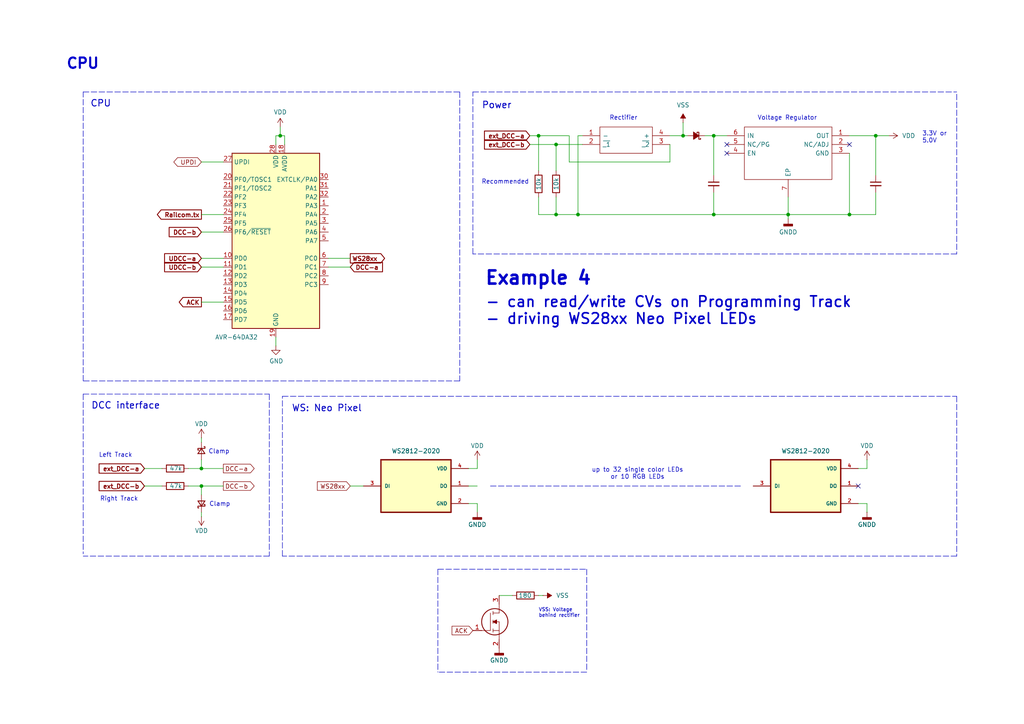
<source format=kicad_sch>
(kicad_sch (version 20250114) (generator "eeschema") (generator_version "9.0")
  (paper "A4")
  (title_block (title "RTB D97 FN Decoder Toolkit") (date "2025-11-22") (rev "0") (company "Frank Schumacher") (comment 1 "'naked' DCC decoder project") (comment 2 "D97.0") (comment 3 "Example 4: Simple DCC Decoder /w WS28xx NeoPixel") (comment 4 "Licensed under the Apache License, Version 2"))
  (lib_symbols
    (symbol "Device:C_Small" (pin_numbers (hide yes)) (pin_names (offset 0.254) (hide yes))
      (property "Reference" "C" (at 0.254 1.778 0))
      (property "Value" "C_Small" (at 0.254 -2.032 0))
      (symbol "C_Small_0_1"
        (polyline (pts (xy -1.524 0.508) (xy 1.524 0.508)) (stroke (width 0.3048)))
        (polyline (pts (xy -1.524 -0.508) (xy 1.524 -0.508)) (stroke (width 0.3302)))
      )
      (symbol "C_Small_1_1"
        (pin passive line (at 0 2.54 270) (length 2.032) (name "~") (number "1"))
        (pin passive line (at 0 -2.54 90) (length 2.032) (name "~") (number "2"))
      )
    )
    (symbol "Device:D_Schottky_Small" (pin_numbers (hide yes)) (pin_names (offset 0.254) (hide yes))
      (property "Reference" "D" (at -1.27 2.032 0))
      (property "Value" "D_Schottky_Small" (at -7.112 -2.032 0))
      (symbol "D_Schottky_Small_0_1"
        (polyline (pts (xy -1.27 0.762) (xy -1.27 1.016) (xy -0.762 1.016) (xy -0.762 -1.016) (xy -0.254 -1.016) (xy -0.254 -0.762)) (stroke (width 0.254)))
        (polyline (pts (xy -0.762 0) (xy 0.762 0)))
        (polyline (pts (xy 0.762 -1.016) (xy -0.762 0) (xy 0.762 1.016) (xy 0.762 -1.016)) (stroke (width 0.254)))
      )
      (symbol "D_Schottky_Small_1_1"
        (pin passive line (at -2.54 0 0) (length 1.778) (name "K") (number "1"))
        (pin passive line (at 2.54 0 180) (length 1.778) (name "A") (number "2"))
      )
    )
    (symbol "Device:D_Schottky_Small_Filled" (pin_numbers (hide yes)) (pin_names (offset 0.254) (hide yes))
      (property "Reference" "D" (at -1.27 2.032 0))
      (property "Value" "D_Schottky_Small_Filled" (at -7.112 -2.032 0))
      (symbol "D_Schottky_Small_Filled_0_1"
        (polyline (pts (xy -1.27 0.762) (xy -1.27 1.016) (xy -0.762 1.016) (xy -0.762 -1.016) (xy -0.254 -1.016) (xy -0.254 -0.762)) (stroke (width 0.254)))
        (polyline (pts (xy -0.762 0) (xy 0.762 0)))
        (polyline (pts (xy 0.762 -1.016) (xy -0.762 0) (xy 0.762 1.016) (xy 0.762 -1.016)) (stroke (width 0.254)) (fill (type outline)))
      )
      (symbol "D_Schottky_Small_Filled_1_1"
        (pin passive line (at -2.54 0 0) (length 1.778) (name "K") (number "1"))
        (pin passive line (at 2.54 0 180) (length 1.778) (name "A") (number "2"))
      )
    )
    (symbol "Device:R" (pin_numbers (hide yes)) (pin_names (offset 0))
      (property "Reference" "R" (at 2.032 0 90))
      (property "Value" "R" (at 0 0 90))
      (symbol "R_0_1"
        (rectangle (start -1.016 -2.54) (end 1.016 2.54) (stroke (width 0.254)))
      )
      (symbol "R_1_1"
        (pin passive line (at 0 3.81 270) (length 1.27) (name "~") (number "1"))
        (pin passive line (at 0 -3.81 90) (length 1.27) (name "~") (number "2"))
      )
    )
    (symbol "MCU_Microchip_ATmega:ATmega4808-M"
      (property "Reference" "U" (at -12.7 26.67 0))
      (property "Value" "ATmega4808-M" (at 2.54 -26.67 0))
      (symbol "ATmega4808-M_0_1"
        (rectangle (start -12.7 -25.4) (end 12.7 25.4) (stroke (width 0.254)) (fill (type background)))
      )
      (symbol "ATmega4808-M_1_1"
        (pin bidirectional line (at -15.24 22.86 0) (length 2.54) (name "UPDI") (number "27"))
        (pin bidirectional line (at -15.24 17.78 0) (length 2.54) (name "PF0/TOSC1") (number "20"))
        (pin bidirectional line (at -15.24 15.24 0) (length 2.54) (name "PF1/TOSC2") (number "21"))
        (pin bidirectional line (at -15.24 12.7 0) (length 2.54) (name "PF2") (number "22"))
        (pin bidirectional line (at -15.24 10.16 0) (length 2.54) (name "PF3") (number "23"))
        (pin bidirectional line (at -15.24 7.62 0) (length 2.54) (name "PF4") (number "24"))
        (pin bidirectional line (at -15.24 5.08 0) (length 2.54) (name "PF5") (number "25"))
        (pin bidirectional line (at -15.24 2.54 0) (length 2.54) (name "PF6/~{RESET}") (number "26"))
        (pin bidirectional line (at -15.24 -5.08 0) (length 2.54) (name "PD0") (number "10"))
        (pin bidirectional line (at -15.24 -7.62 0) (length 2.54) (name "PD1") (number "11"))
        (pin bidirectional line (at -15.24 -10.16 0) (length 2.54) (name "PD2") (number "12"))
        (pin bidirectional line (at -15.24 -12.7 0) (length 2.54) (name "PD3") (number "13"))
        (pin bidirectional line (at -15.24 -15.24 0) (length 2.54) (name "PD4") (number "14"))
        (pin bidirectional line (at -15.24 -17.78 0) (length 2.54) (name "PD5") (number "15"))
        (pin bidirectional line (at -15.24 -20.32 0) (length 2.54) (name "PD6") (number "16"))
        (pin bidirectional line (at -15.24 -22.86 0) (length 2.54) (name "PD7") (number "17"))
        (pin power_in line (at 0 27.94 270) (length 2.54) (name "VDD") (number "28"))
        (pin power_in line (at 0 -27.94 90) (length 2.54) (name "GND") (number "19"))
        (pin passive line (at 0 -27.94 90) (length 2.54) (hide yes) (name "GND") (number "29"))
        (pin passive line (at 0 -27.94 90) (length 2.54) (hide yes) (name "GND") (number "33"))
        (pin power_in line (at 2.54 27.94 270) (length 2.54) (name "AVDD") (number "18"))
        (pin bidirectional line (at 15.24 17.78 180) (length 2.54) (name "EXTCLK/PA0") (number "30"))
        (pin bidirectional line (at 15.24 15.24 180) (length 2.54) (name "PA1") (number "31"))
        (pin bidirectional line (at 15.24 12.7 180) (length 2.54) (name "PA2") (number "32"))
        (pin bidirectional line (at 15.24 10.16 180) (length 2.54) (name "PA3") (number "1"))
        (pin bidirectional line (at 15.24 7.62 180) (length 2.54) (name "PA4") (number "2"))
        (pin bidirectional line (at 15.24 5.08 180) (length 2.54) (name "PA5") (number "3"))
        (pin bidirectional line (at 15.24 2.54 180) (length 2.54) (name "PA6") (number "4"))
        (pin bidirectional line (at 15.24 0 180) (length 2.54) (name "PA7") (number "5"))
        (pin bidirectional line (at 15.24 -5.08 180) (length 2.54) (name "PC0") (number "6"))
        (pin bidirectional line (at 15.24 -7.62 180) (length 2.54) (name "PC1") (number "7"))
        (pin bidirectional line (at 15.24 -10.16 180) (length 2.54) (name "PC2") (number "8"))
        (pin bidirectional line (at 15.24 -12.7 180) (length 2.54) (name "PC3") (number "9"))
      )
    )
    (symbol "RTB:BAS3007ARPPE6327HTSA1" (pin_names (offset 0.762))
      (property "Reference" "D" (at 21.59 7.62 0))
      (property "Value" "BAS3007ARPPE6327HTSA1" (at 21.59 5.08 0))
      (symbol "BAS3007ARPPE6327HTSA1_0_0"
        (pin passive line (at 0 0 0) (length 5.08) (name "-") (number "1"))
        (pin passive line (at 0 -2.54 0) (length 5.08) (name "~{_1}") (number "2"))
        (pin passive line (at 25.4 0 180) (length 5.08) (name "+") (number "4"))
        (pin passive line (at 25.4 -2.54 180) (length 5.08) (name "~{_2}") (number "3"))
      )
      (symbol "BAS3007ARPPE6327HTSA1_0_1"
        (polyline (pts (xy 5.08 2.54) (xy 20.32 2.54) (xy 20.32 -5.08) (xy 5.08 -5.08) (xy 5.08 2.54)) (stroke (width 0.1524)))
      )
    )
    (symbol "RTB:NCP730BMT330TBG" (pin_names (offset 0.762))
      (property "Reference" "IC" (at 31.75 7.62 0))
      (property "Value" "NCP730BMT330TBG" (at 31.75 5.08 0))
      (symbol "NCP730BMT330TBG_0_0"
        (pin passive line (at 0 0 0) (length 5.08) (name "OUT") (number "1"))
        (pin passive line (at 0 -2.54 0) (length 5.08) (name "NC/ADJ") (number "2"))
        (pin passive line (at 0 -5.08 0) (length 5.08) (name "GND") (number "3"))
        (pin passive line (at 17.78 -17.78 90) (length 5.08) (name "EP") (number "7"))
        (pin passive line (at 35.56 0 180) (length 5.08) (name "IN") (number "6"))
        (pin passive line (at 35.56 -2.54 180) (length 5.08) (name "NC/PG") (number "5"))
        (pin passive line (at 35.56 -5.08 180) (length 5.08) (name "EN") (number "4"))
      )
      (symbol "NCP730BMT330TBG_0_1"
        (polyline (pts (xy 5.08 2.54) (xy 30.48 2.54) (xy 30.48 -12.7) (xy 5.08 -12.7) (xy 5.08 2.54)) (stroke (width 0.1524)))
      )
    )
    (symbol "RTB:PMZB200UNEYL" (pin_names (offset 0.762))
      (property "Reference" "Q" (at 11.43 3.81 0))
      (property "Value" "PMZB200UNEYL" (at 11.43 1.27 0))
      (symbol "PMZB200UNEYL_0_0"
        (pin passive line (at 0 0 0) (length 2.54) (name "~") (number "1"))
        (pin passive line (at 7.62 10.16 270) (length 2.54) (name "~") (number "3"))
        (pin passive line (at 7.62 -5.08 90) (length 2.54) (name "~") (number "2"))
      )
      (symbol "PMZB200UNEYL_0_1"
        (polyline (pts (xy 2.54 0) (xy 5.08 0) (xy 5.08 5.08)) (stroke (width 0.1524)))
        (polyline (pts (xy 5.842 5.588) (xy 5.842 4.572)) (stroke (width 0.1524)))
        (polyline (pts (xy 5.842 2.54) (xy 6.858 3.048) (xy 6.858 2.032) (xy 5.842 2.54)) (stroke (width 0.254)) (fill (type outline)))
        (polyline (pts (xy 5.842 2.032) (xy 5.842 3.048)) (stroke (width 0.1524)))
        (polyline (pts (xy 5.842 0) (xy 7.62 0)) (stroke (width 0.1524)))
        (polyline (pts (xy 5.842 -0.508) (xy 5.842 0.508)) (stroke (width 0.1524)))
        (circle (center 6.35 2.54) (radius 3.81) (stroke (width 0.254)))
        (polyline (pts (xy 7.62 5.08) (xy 5.842 5.08)) (stroke (width 0.1524)))
        (polyline (pts (xy 7.62 5.08) (xy 7.62 7.62)) (stroke (width 0.1524)))
        (polyline (pts (xy 7.62 2.54) (xy 5.842 2.54)) (stroke (width 0.1524)))
        (polyline (pts (xy 7.62 2.54) (xy 7.62 -2.54)) (stroke (width 0.1524)))
      )
    )
    (symbol "RTB:WS2812-2020" (pin_names (offset 1.016))
      (property "Reference" "U" (at -10.16 7.62 0))
      (property "Value" "WS2812-2020" (at -10.16 -10.16 0))
      (symbol "WS2812-2020_0_0"
        (rectangle (start -10.16 -7.62) (end 10.16 7.62) (stroke (width 0.4064)) (fill (type background)))
        (pin input line (at -15.24 0 0) (length 5.08) (name "DI") (number "3"))
        (pin power_in line (at 15.24 5.08 180) (length 5.08) (name "VDD") (number "4"))
        (pin output line (at 15.24 0 180) (length 5.08) (name "DO") (number "1"))
        (pin power_in line (at 15.24 -5.08 180) (length 5.08) (name "GND") (number "2"))
      )
    )
    (symbol "power:GND" (power) (pin_numbers (hide yes)) (pin_names (offset 0) (hide yes))
      (property "Value" "GND" (at 0 -3.81 0))
      (symbol "GND_0_1"
        (polyline (pts (xy 0 0) (xy 0 -1.27) (xy 1.27 -1.27) (xy 0 -2.54) (xy -1.27 -1.27) (xy 0 -1.27)))
      )
      (symbol "GND_1_1"
        (pin power_in line (at 0 0 270) (length 0) (name "~") (number "1"))
      )
    )
    (symbol "power:GNDD" (power) (pin_numbers (hide yes)) (pin_names (offset 0) (hide yes))
      (property "Value" "GNDD" (at 0 -3.175 0))
      (symbol "GNDD_0_1"
        (rectangle (start -1.27 -1.524) (end 1.27 -2.032) (stroke (width 0.254)) (fill (type outline)))
        (polyline (pts (xy 0 0) (xy 0 -1.524)))
      )
      (symbol "GNDD_1_1"
        (pin power_in line (at 0 0 270) (length 0) (name "~") (number "1"))
      )
    )
    (symbol "power:VDD" (power) (pin_numbers (hide yes)) (pin_names (offset 0) (hide yes))
      (property "Value" "VDD" (at 0 3.556 0))
      (symbol "VDD_0_1"
        (polyline (pts (xy -0.762 1.27) (xy 0 2.54)))
        (polyline (pts (xy 0 2.54) (xy 0.762 1.27)))
        (polyline (pts (xy 0 0) (xy 0 2.54)))
      )
      (symbol "VDD_1_1"
        (pin power_in line (at 0 0 90) (length 0) (name "~") (number "1"))
      )
    )
    (symbol "power:VSS" (power) (pin_numbers (hide yes)) (pin_names (offset 0) (hide yes))
      (property "Value" "VSS" (at 0 3.556 0))
      (symbol "VSS_0_1"
        (polyline (pts (xy 0 0) (xy 0 2.54)))
        (polyline (pts (xy 0.762 1.27) (xy -0.762 1.27) (xy 0 2.54) (xy 0.762 1.27)) (fill (type outline)))
      )
      (symbol "VSS_1_1"
        (pin power_in line (at 0 0 90) (length 0) (name "~") (number "1"))
      )
    )
  )
  (text "Rectifier" (at 180.848 34.29 0) (effects (font (size 1.27 1.27))))
  (text "- can read/write CVs on Programming Track\n- driving WS28xx Neo Pixel LEDs" (at 140.716 90.17 0) (effects (font (size 3.048 3.048) (thickness 0.4763)) (justify left)))
  (text "VSS: Voltage\nbehind rectifier" (at 156.21 177.8 0) (effects (font (size 1.016 1.016)) (justify left)))
  (text "CPU" (at 26.162 31.242 0) (effects (font (size 1.905 1.905) (thickness 0.254) (bold yes)) (justify left bottom)))
  (text "3.3V or\n5.0V" (at 267.462 39.878 0) (effects (font (size 1.27 1.27)) (justify left)))
  (text "Power" (at 139.7 31.75 0) (effects (font (size 1.905 1.905) (thickness 0.254) (bold yes)) (justify left bottom)))
  (text "WS: Neo Pixel" (at 84.582 119.634 0) (effects (font (size 1.905 1.905) (thickness 0.254) (bold yes)) (justify left bottom)))
  (text "Voltage Regulator" (at 228.346 34.29 0) (effects (font (size 1.27 1.27))))
  (text "Clamp" (at 60.452 131.064 0) (effects (font (size 1.27 1.27)) (justify left)))
  (text "Right Track" (at 34.544 144.78 0) (effects (font (size 1.27 1.27))))
  (text "Example 4" (at 140.462 80.772 0) (effects (font (size 3.81 3.81) (thickness 0.762) (bold yes)) (justify left)))
  (text "DCC interface" (at 26.416 118.872 0) (effects (font (size 1.905 1.905) (thickness 0.254) (bold yes)) (justify left bottom)))
  (text "Left Track" (at 33.528 132.08 0) (effects (font (size 1.27 1.27))))
  (text "up to 32 single color LEDs\nor 10 RGB LEDs" (at 184.912 137.414 0) (effects (font (size 1.27 1.27))))
  (text "CPU" (at 19.05 20.32 0) (effects (font (size 2.9972 2.9972) (thickness 0.5994) (bold yes)) (justify left bottom)))
  (text "Recommended" (at 146.558 52.832 0) (effects (font (size 1.27 1.27))))
  (text "Clamp" (at 66.802 146.304 0) (effects (font (size 1.27 1.27)) (justify right)))
  (junction (at 254 39.37))
  (junction (at 207.01 62.23))
  (junction (at 246.38 62.23))
  (junction (at 161.29 41.91))
  (junction (at 58.42 140.97))
  (junction (at 156.21 39.37))
  (junction (at 161.29 62.23))
  (junction (at 58.42 135.89))
  (junction (at 228.6 62.23))
  (junction (at 207.01 39.37))
  (junction (at 198.12 39.37))
  (junction (at 167.64 62.23))
  (junction (at 81.28 39.37))
  (no_connect (at 246.38 41.91))
  (no_connect (at 210.82 41.91))
  (no_connect (at 210.82 44.45))
  (no_connect (at 248.92 140.97))
  (wire (pts (xy 251.46 133.35) (xy 251.46 135.89)))
  (wire (pts (xy 58.42 133.35) (xy 58.42 135.89)))
  (wire (pts (xy 228.6 57.15) (xy 228.6 62.23)))
  (wire (pts (xy 207.01 39.37) (xy 210.82 39.37)))
  (wire (pts (xy 80.01 39.37) (xy 80.01 41.91)))
  (wire (pts (xy 41.91 135.89) (xy 46.99 135.89)))
  (wire (pts (xy 207.01 62.23) (xy 228.6 62.23)))
  (polyline (pts (xy 170.18 165.1) (xy 170.18 194.31)) (stroke (width 0) (type dash)))
  (wire (pts (xy 198.12 35.56) (xy 198.12 39.37)))
  (wire (pts (xy 138.43 133.35) (xy 138.43 135.89)))
  (wire (pts (xy 161.29 57.15) (xy 161.29 62.23)))
  (wire (pts (xy 64.77 74.93) (xy 58.42 74.93)))
  (wire (pts (xy 165.1 39.37) (xy 156.21 39.37)))
  (polyline (pts (xy 277.495 73.66) (xy 137.16 73.66)) (stroke (width 0) (type dash)))
  (wire (pts (xy 248.92 146.05) (xy 251.46 146.05)))
  (wire (pts (xy 167.64 39.37) (xy 167.64 62.23)))
  (wire (pts (xy 58.42 127) (xy 58.42 128.27)))
  (wire (pts (xy 194.31 46.99) (xy 165.1 46.99)))
  (wire (pts (xy 58.42 135.89) (xy 64.77 135.89)))
  (wire (pts (xy 198.12 39.37) (xy 199.39 39.37)))
  (polyline (pts (xy 24.13 26.67) (xy 133.35 26.67)) (stroke (width 0) (type dash)))
  (wire (pts (xy 81.28 36.83) (xy 81.28 39.37)))
  (wire (pts (xy 251.46 146.05) (xy 251.46 148.59)))
  (polyline (pts (xy 78.105 114.3) (xy 78.105 161.29)) (stroke (width 0) (type dash)))
  (wire (pts (xy 58.42 149.86) (xy 58.42 148.59)))
  (wire (pts (xy 156.21 57.15) (xy 156.21 62.23)))
  (wire (pts (xy 58.42 143.51) (xy 58.42 140.97)))
  (wire (pts (xy 138.43 146.05) (xy 138.43 148.59)))
  (wire (pts (xy 246.38 39.37) (xy 254 39.37)))
  (polyline (pts (xy 133.35 110.49) (xy 24.13 110.49)) (stroke (width 0) (type dash)))
  (polyline (pts (xy 277.495 161.29) (xy 81.915 161.29)) (stroke (width 0) (type dash)))
  (polyline (pts (xy 170.18 194.945) (xy 127 194.945)) (stroke (width 0) (type dash)))
  (wire (pts (xy 207.01 62.23) (xy 207.01 55.88)))
  (wire (pts (xy 58.42 67.31) (xy 64.77 67.31)))
  (wire (pts (xy 207.01 50.8) (xy 207.01 39.37)))
  (wire (pts (xy 161.29 62.23) (xy 167.64 62.23)))
  (polyline (pts (xy 277.495 114.935) (xy 277.495 161.29)) (stroke (width 0) (type dash)))
  (wire (pts (xy 254 55.88) (xy 254 62.23)))
  (wire (pts (xy 80.01 97.79) (xy 80.01 100.33)))
  (wire (pts (xy 58.42 62.23) (xy 64.77 62.23)))
  (wire (pts (xy 165.1 46.99) (xy 165.1 39.37)))
  (wire (pts (xy 58.42 46.99) (xy 64.77 46.99)))
  (wire (pts (xy 95.25 77.47) (xy 101.6 77.47)))
  (wire (pts (xy 144.78 172.72) (xy 148.59 172.72)))
  (polyline (pts (xy 81.915 114.935) (xy 277.495 114.935)) (stroke (width 0) (type dash)))
  (wire (pts (xy 248.92 135.89) (xy 251.46 135.89)))
  (wire (pts (xy 156.21 172.72) (xy 157.48 172.72)))
  (wire (pts (xy 153.67 41.91) (xy 161.29 41.91)))
  (wire (pts (xy 228.6 63.5) (xy 228.6 62.23)))
  (polyline (pts (xy 137.16 73.66) (xy 137.16 26.67)) (stroke (width 0) (type dash)))
  (wire (pts (xy 254 39.37) (xy 254 50.8)))
  (wire (pts (xy 161.29 41.91) (xy 161.29 49.53)))
  (wire (pts (xy 135.89 135.89) (xy 138.43 135.89)))
  (wire (pts (xy 156.21 39.37) (xy 153.67 39.37)))
  (wire (pts (xy 194.31 39.37) (xy 198.12 39.37)))
  (polyline (pts (xy 277.495 27.305) (xy 277.495 73.66)) (stroke (width 0) (type dash)))
  (wire (pts (xy 54.61 140.97) (xy 58.42 140.97)))
  (polyline (pts (xy 142.24 140.97) (xy 215.265 140.97)) (stroke (width 0) (type dash)))
  (polyline (pts (xy 81.915 161.29) (xy 81.915 114.935)) (stroke (width 0) (type dash)))
  (wire (pts (xy 156.21 49.53) (xy 156.21 39.37)))
  (wire (pts (xy 82.55 39.37) (xy 82.55 41.91)))
  (wire (pts (xy 246.38 44.45) (xy 246.38 62.23)))
  (wire (pts (xy 95.25 74.93) (xy 101.6 74.93)))
  (wire (pts (xy 204.47 39.37) (xy 207.01 39.37)))
  (polyline (pts (xy 24.13 114.3) (xy 78.105 114.3)) (stroke (width 0) (type dash)))
  (polyline (pts (xy 133.35 26.67) (xy 133.35 110.49)) (stroke (width 0) (type dash)))
  (wire (pts (xy 168.91 39.37) (xy 167.64 39.37)))
  (wire (pts (xy 135.89 140.97) (xy 138.43 140.97)))
  (polyline (pts (xy 24.13 114.3) (xy 24.13 160.655)) (stroke (width 0) (type dash)))
  (polyline (pts (xy 127 165.1) (xy 127 194.945)) (stroke (width 0) (type dash)))
  (wire (pts (xy 64.77 87.63) (xy 58.42 87.63)))
  (polyline (pts (xy 137.16 26.67) (xy 277.495 26.67)) (stroke (width 0) (type dash)))
  (polyline (pts (xy 127 165.1) (xy 170.18 165.1)) (stroke (width 0) (type dash)))
  (polyline (pts (xy 24.13 110.49) (xy 24.13 26.67)) (stroke (width 0) (type dash)))
  (wire (pts (xy 58.42 140.97) (xy 64.77 140.97)))
  (wire (pts (xy 246.38 62.23) (xy 228.6 62.23)))
  (wire (pts (xy 101.6 140.97) (xy 105.41 140.97)))
  (wire (pts (xy 156.21 62.23) (xy 161.29 62.23)))
  (wire (pts (xy 135.89 146.05) (xy 138.43 146.05)))
  (wire (pts (xy 58.42 77.47) (xy 64.77 77.47)))
  (wire (pts (xy 246.38 62.23) (xy 254 62.23)))
  (wire (pts (xy 254 39.37) (xy 257.81 39.37)))
  (wire (pts (xy 81.28 39.37) (xy 82.55 39.37)))
  (polyline (pts (xy 78.105 161.29) (xy 24.13 161.29)) (stroke (width 0) (type dash)))
  (wire (pts (xy 41.91 140.97) (xy 46.99 140.97)))
  (wire (pts (xy 161.29 41.91) (xy 168.91 41.91)))
  (wire (pts (xy 80.01 39.37) (xy 81.28 39.37)))
  (wire (pts (xy 54.61 135.89) (xy 58.42 135.89)))
  (wire (pts (xy 167.64 62.23) (xy 207.01 62.23)))
  (wire (pts (xy 194.31 41.91) (xy 194.31 46.99)))
  (global_label "DCC-b" (shape input) (at 58.42 67.31 180) (effects (font (thickness 0.254) (bold yes))) (property "Intersheetrefs" "${INTERSHEET_REFS}" (effects (hide yes))))
  (global_label "UDCC-a" (shape input) (at 58.42 74.93 180) (effects (font (thickness 0.254) (bold yes))) (property "Intersheetrefs" "${INTERSHEET_REFS}" (effects (hide yes))))
  (global_label "UPDI" (shape bidirectional) (at 58.42 46.99 180) (property "Intersheetrefs" "${INTERSHEET_REFS}" (effects (hide yes))))
  (global_label "ACK" (shape input) (at 137.16 182.88 180) (property "Intersheetrefs" "${INTERSHEET_REFS}" (effects (hide yes))))
  (global_label "DCC-a" (shape output) (at 64.77 135.89 0) (property "Intersheetrefs" "${INTERSHEET_REFS}" (effects (hide yes))))
  (global_label "WS28xx" (shape input) (at 101.6 140.97 180) (property "Intersheetrefs" "${INTERSHEET_REFS}" (effects (hide yes))))
  (global_label "ext_DCC-a" (shape input) (at 41.91 135.89 180) (effects (font (thickness 0.254) (bold yes))) (property "Intersheetrefs" "${INTERSHEET_REFS}" (effects (hide yes))))
  (global_label "ext_DCC-b" (shape input) (at 41.91 140.97 180) (effects (font (thickness 0.254) (bold yes))) (property "Intersheetrefs" "${INTERSHEET_REFS}" (effects (hide yes))))
  (global_label "Railcom.tx" (shape output) (at 58.42 62.23 180) (effects (font (thickness 0.254) (bold yes))) (property "Intersheetrefs" "${INTERSHEET_REFS}" (effects (hide yes))))
  (global_label "WS28xx" (shape output) (at 101.6 74.93 0) (effects (font (thickness 0.254) (bold yes))) (property "Intersheetrefs" "${INTERSHEET_REFS}" (effects (hide yes))))
  (global_label "ext_DCC-b" (shape input) (at 153.67 41.91 180) (effects (font (thickness 0.254) (bold yes))) (property "Intersheetrefs" "${INTERSHEET_REFS}" (effects (hide yes))))
  (global_label "ACK" (shape output) (at 58.42 87.63 180) (effects (font (thickness 0.254) (bold yes))) (property "Intersheetrefs" "${INTERSHEET_REFS}" (effects (hide yes))))
  (global_label "DCC-a" (shape input) (at 101.6 77.47 0) (effects (font (thickness 0.254) (bold yes))) (property "Intersheetrefs" "${INTERSHEET_REFS}" (effects (hide yes))))
  (global_label "ext_DCC-a" (shape input) (at 153.67 39.37 180) (effects (font (thickness 0.254) (bold yes))) (property "Intersheetrefs" "${INTERSHEET_REFS}" (effects (hide yes))))
  (global_label "DCC-b" (shape output) (at 64.77 140.97 0) (property "Intersheetrefs" "${INTERSHEET_REFS}" (effects (hide yes))))
  (global_label "UDCC-b" (shape input) (at 58.42 77.47 180) (effects (font (thickness 0.254) (bold yes))) (property "Intersheetrefs" "${INTERSHEET_REFS}" (effects (hide yes))))
  (symbol (lib_id "MCU_Microchip_ATmega:ATmega4808-M") (at 80.01 69.85 0) (unit 1)
    (property "Reference" "U1" (effects (hide yes)))
    (property "Value" "AVR-64DA32" (at 68.58 97.79 0))
    (property "Footprint" "Package_DFN_QFN:VQFN-32-1EP_5x5mm_P0.5mm_EP3.1x3.1mm" (effects (hide yes)))
    (property "Datasheet" "http://ww1.microchip.com/downloads/en/DeviceDoc/40002016A.pdf" (effects (hide yes)))
  )
  (symbol (lib_id "power:GND") (at 80.01 100.33 0) (unit 1)
    (property "Reference" "#PWR0110" (effects (hide yes)))
    (property "Value" "GND" (at 80.137 104.7242 0))
  )
  (symbol (lib_id "Device:C_Small") (at 207.01 53.34 0) (unit 1)
    (property "Reference" "C7" (effects (hide yes)))
    (property "Value" "22u/25V" (effects (hide yes)))
    (property "Footprint" "Capacitor_SMD:C_0805_2012Metric" (effects (hide yes)))
  )
  (symbol (lib_id "RTB:NCP730BMT330TBG") (at 246.38 39.37 0) (mirror y) (unit 1)
    (property "Reference" "IC2" (effects (hide yes)))
    (property "Value" "NCP730BMT330TBG" (effects (hide yes)))
    (property "Footprint" "Package_SON:WSON-6-1EP_2x2mm_P0.65mm_EP1x1.6mm_ThermalVias" (effects (hide yes)))
    (property "Datasheet" "https://www.mouser.de/datasheet/2/308/NCP730-D-1760032.pdf" (effects (hide yes)))
    (property "Description" "LDO Regulator Pos 3.3V 0.15A 6-Pin WDFN EP T/R" (effects (hide yes)))
  )
  (symbol (lib_id "Device:R") (at 161.29 53.34 180) (unit 1)
    (property "Reference" "R20" (effects (hide yes)))
    (property "Value" "10k" (at 161.29 53.34 90))
    (property "Footprint" "Resistor_SMD:R_0402_1005Metric" (effects (hide yes)))
  )
  (symbol (lib_id "Device:R") (at 156.21 53.34 180) (unit 1)
    (property "Reference" "R19" (effects (hide yes)))
    (property "Value" "10k" (at 156.21 53.34 90))
    (property "Footprint" "Resistor_SMD:R_0402_1005Metric" (effects (hide yes)))
  )
  (symbol (lib_id "Device:C_Small") (at 254 53.34 0) (unit 1)
    (property "Reference" "C3" (effects (hide yes)))
    (property "Value" "22u/4V" (effects (hide yes)))
    (property "Footprint" "Capacitor_SMD:C_0402_1005Metric" (effects (hide yes)))
  )
  (symbol (lib_id "RTB:BAS3007ARPPE6327HTSA1") (at 168.91 39.37 0) (unit 1)
    (property "Reference" "D3" (effects (hide yes)))
    (property "Value" "BAS3007ARPPE6327HTSA1" (effects (hide yes)))
    (property "Footprint" "BF998215" (effects (hide yes)))
    (property "Datasheet" "https://www.mouser.co.uk/datasheet/2/196/Infineon-BAS3007ASERIES-DS-v01_01-en-1225497.pdf" (effects (hide yes)))
    (property "Description" "Infineon BAS3007ARPPE6327HTSA1 SMT Schottky Diode, 30V 900mA, 4-Pin SOT-143" (effects (hide yes)))
  )
  (symbol (lib_id "power:GNDD") (at 138.43 148.59 0) (unit 1)
    (property "Reference" "#PWR03" (effects (hide yes)))
    (property "Value" "GNDD" (at 138.43 152.146 0))
    (property "Description" "Power symbol creates a global label with name \"GNDD\" , digital ground" (effects (hide yes)))
  )
  (symbol (lib_id "power:GNDD") (at 144.78 187.96 0) (unit 1)
    (property "Reference" "#PWR018" (effects (hide yes)))
    (property "Value" "GNDD" (at 144.78 191.516 0))
    (property "Description" "Power symbol creates a global label with name \"GNDD\" , digital ground" (effects (hide yes)))
  )
  (symbol (lib_id "power:VDD") (at 58.42 127 0) (unit 1)
    (property "Reference" "#PWR029" (effects (hide yes)))
    (property "Value" "VDD" (at 58.42 122.936 0))
    (property "Description" "Power symbol creates a global label with name \"VDD\"" (effects (hide yes)))
  )
  (symbol (lib_id "power:VDD") (at 81.28 36.83 0) (unit 1)
    (property "Reference" "#PWR01" (effects (hide yes)))
    (property "Value" "VDD" (at 81.28 32.512 0))
    (property "Description" "Power symbol creates a global label with name \"VDD\"" (effects (hide yes)))
  )
  (symbol (lib_id "Device:R") (at 50.8 135.89 90) (unit 1)
    (property "Reference" "R3" (effects (hide yes)))
    (property "Value" "47k" (at 52.832 135.89 90) (effects (justify left)))
    (property "Footprint" "Resistor_SMD:R_0402_1005Metric" (effects (hide yes)))
  )
  (symbol (lib_id "power:VSS") (at 157.48 172.72 270) (unit 1)
    (property "Reference" "#PWR020" (effects (hide yes)))
    (property "Value" "VSS" (at 161.29 172.7199 90) (effects (justify left)))
    (property "Description" "Power symbol creates a global label with name \"VSS\"" (effects (hide yes)))
  )
  (symbol (lib_id "power:VDD") (at 251.46 133.35 0) (unit 1)
    (property "Reference" "#PWR04" (effects (hide yes)))
    (property "Value" "VDD" (at 251.46 129.286 0))
    (property "Description" "Power symbol creates a global label with name \"VDD\"" (effects (hide yes)))
  )
  (symbol (lib_id "power:VDD") (at 138.43 133.35 0) (unit 1)
    (property "Reference" "#PWR02" (effects (hide yes)))
    (property "Value" "VDD" (at 138.43 129.286 0))
    (property "Description" "Power symbol creates a global label with name \"VDD\"" (effects (hide yes)))
  )
  (symbol (lib_id "Device:R") (at 152.4 172.72 270) (unit 1)
    (property "Reference" "R13" (effects (hide yes)))
    (property "Value" "180" (at 150.368 172.72 90) (effects (justify left)))
    (property "Footprint" "Resistor_SMD:R_0402_1005Metric" (effects (hide yes)))
  )
  (symbol (lib_id "Device:D_Schottky_Small") (at 58.42 130.81 270) (unit 1)
    (property "Reference" "D6" (effects (hide yes)))
    (property "Value" "D_Schottky_Small" (effects (hide yes)))
    (property "Description" "Schottky diode, small symbol" (effects (hide yes)))
  )
  (symbol (lib_id "RTB:PMZB200UNEYL") (at 137.16 182.88 0) (unit 1)
    (property "Reference" "Q4" (effects (hide yes)))
    (property "Value" "PMZB200UNEYL" (effects (hide yes)))
    (property "Footprint" "PMZB200UNEYL" (effects (hide yes)))
    (property "Datasheet" "https://assets.nexperia.com/documents/data-sheet/PMZB200UNE.pdf" (effects (hide yes)))
    (property "Description" "N-Channel 30 V 1.4A (Ta) 350mW (Ta), 6.25W (Tc) Surface Mount DFN1006B-3" (effects (hide yes)))
    (property "Description_1" "N-Channel 30 V 1.4A (Ta) 350mW (Ta), 6.25W (Tc) Surface Mount DFN1006B-3" (effects (hide yes)))
    (property "Height" "0.4" (effects (hide yes)))
    (property "Mouser Part Number" "771-PMZB200UNEYL" (effects (hide yes)))
    (property "Mouser Price/Stock" "https://www.mouser.co.uk/ProductDetail/Nexperia/PMZB200UNEYL?qs=d7b8vw%252BBfo0jl0Uns2vJDw%3D%3D" (effects (hide yes)))
    (property "Manufacturer_Name" "Nexperia" (effects (hide yes)))
    (property "Manufacturer_Part_Number" "PMZB200UNEYL" (effects (hide yes)))
  )
  (symbol (lib_id "Device:D_Schottky_Small_Filled") (at 201.93 39.37 180) (unit 1)
    (property "Reference" "D1" (effects (hide yes)))
    (property "Value" "D_Schottky_Small_Filled" (effects (hide yes)))
    (property "Description" "Schottky diode, small symbol, filled shape" (effects (hide yes)))
  )
  (symbol (lib_id "power:VDD") (at 58.42 149.86 180) (unit 1)
    (property "Reference" "#PWR031" (effects (hide yes)))
    (property "Value" "VDD" (at 58.42 153.924 0))
    (property "Description" "Power symbol creates a global label with name \"VDD\"" (effects (hide yes)))
  )
  (symbol (lib_id "power:VDD") (at 257.81 39.37 270) (unit 1)
    (property "Reference" "#PWR013" (effects (hide yes)))
    (property "Value" "VDD" (at 261.62 39.3699 90) (effects (justify left)))
    (property "Description" "Power symbol creates a global label with name \"VDD\"" (effects (hide yes)))
  )
  (symbol (lib_id "RTB:WS2812-2020") (at 233.68 140.97 0) (unit 1)
    (property "Reference" "U3" (effects (hide yes)))
    (property "Value" "WS2812-2020" (at 233.68 130.81 0))
    (property "Footprint" "RTB:WS2812-2020" (effects (hide yes)))
    (property "MF" "Worldsemi" (effects (hide yes)))
    (property "MAXIMUM_PACKAGE_HEIGHT" "0.84 mm" (effects (hide yes)))
    (property "Package" "Package" (effects (hide yes)))
    (property "Price" "None" (effects (hide yes)))
    (property "Check_prices" "https://www.snapeda.com/parts/WS2812-2020/Worldsemi/view-part/?ref=eda" (effects (hide yes)))
    (property "STANDARD" "Manufacturer Recommendations" (effects (hide yes)))
    (property "PARTREV" "V1.3" (effects (hide yes)))
    (property "SnapEDA_Link" "https://www.snapeda.com/parts/WS2812-2020/Worldsemi/view-part/?ref=snap" (effects (hide yes)))
    (property "MP" "WS2812-2020" (effects (hide yes)))
    (property "Description_1" "\\nIntelligent control LED light source, SMD-4\\n" (effects (hide yes)))
    (property "MANUFACTURER" "Worldsemi" (effects (hide yes)))
    (property "Availability" "Not in stock" (effects (hide yes)))
    (property "SNAPEDA_PN" "WS2812-2020" (effects (hide yes)))
  )
  (symbol (lib_id "RTB:WS2812-2020") (at 120.65 140.97 0) (unit 1)
    (property "Reference" "U2" (effects (hide yes)))
    (property "Value" "WS2812-2020" (at 120.65 130.81 0))
    (property "Footprint" "RTB:WS2812-2020" (effects (hide yes)))
    (property "MF" "Worldsemi" (effects (hide yes)))
    (property "MAXIMUM_PACKAGE_HEIGHT" "0.84 mm" (effects (hide yes)))
    (property "Package" "Package" (effects (hide yes)))
    (property "Price" "None" (effects (hide yes)))
    (property "Check_prices" "https://www.snapeda.com/parts/WS2812-2020/Worldsemi/view-part/?ref=eda" (effects (hide yes)))
    (property "STANDARD" "Manufacturer Recommendations" (effects (hide yes)))
    (property "PARTREV" "V1.3" (effects (hide yes)))
    (property "SnapEDA_Link" "https://www.snapeda.com/parts/WS2812-2020/Worldsemi/view-part/?ref=snap" (effects (hide yes)))
    (property "MP" "WS2812-2020" (effects (hide yes)))
    (property "Description_1" "\\nIntelligent control LED light source, SMD-4\\n" (effects (hide yes)))
    (property "MANUFACTURER" "Worldsemi" (effects (hide yes)))
    (property "Availability" "Not in stock" (effects (hide yes)))
    (property "SNAPEDA_PN" "WS2812-2020" (effects (hide yes)))
  )
  (symbol (lib_id "power:VSS") (at 198.12 35.56 0) (unit 1)
    (property "Reference" "#PWR06" (effects (hide yes)))
    (property "Value" "VSS" (at 198.12 30.48 0))
    (property "Description" "Power symbol creates a global label with name \"VSS\"" (effects (hide yes)))
  )
  (symbol (lib_id "Device:D_Schottky_Small") (at 58.42 146.05 90) (unit 1)
    (property "Reference" "D7" (effects (hide yes)))
    (property "Value" "D_Schottky_Small" (effects (hide yes)))
    (property "Description" "Schottky diode, small symbol" (effects (hide yes)))
  )
  (symbol (lib_id "Device:R") (at 50.8 140.97 90) (unit 1)
    (property "Reference" "R15" (effects (hide yes)))
    (property "Value" "47k" (at 52.832 140.97 90) (effects (justify left)))
    (property "Footprint" "Resistor_SMD:R_0402_1005Metric" (effects (hide yes)))
  )
  (symbol (lib_id "power:GNDD") (at 228.6 63.5 0) (unit 1)
    (property "Reference" "#PWR014" (effects (hide yes)))
    (property "Value" "GNDD" (at 228.6 67.31 0))
    (property "Description" "Power symbol creates a global label with name \"GNDD\" , digital ground" (effects (hide yes)))
  )
  (symbol (lib_id "power:GNDD") (at 251.46 148.59 0) (unit 1)
    (property "Reference" "#PWR05" (effects (hide yes)))
    (property "Value" "GNDD" (at 251.46 152.146 0))
    (property "Description" "Power symbol creates a global label with name \"GNDD\" , digital ground" (effects (hide yes)))
  )
)
</source>
